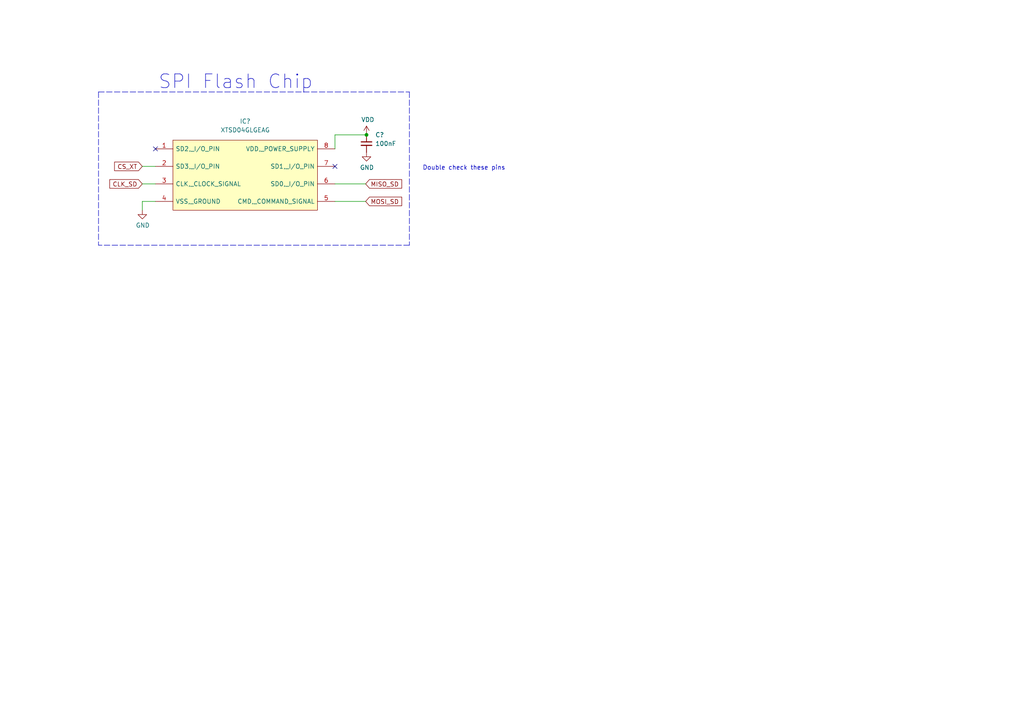
<source format=kicad_sch>
(kicad_sch (version 20211123) (generator eeschema)
  (paper "A4")
  (lib_symbols
    (symbol "Device:C_Small" (pin_numbers hide) (pin_names (offset 0.254) hide)
      (property "Reference" "C" (at 0.254 1.778 0))
      (property "Value" "C_Small" (at 0.254 -2.032 0))
      (symbol "C_Small_0_1"
        (polyline (pts (xy -1.524 -0.508) (xy 1.524 -0.508)) (stroke (width 0.3302)))
        (polyline (pts (xy -1.524 0.508) (xy 1.524 0.508)) (stroke (width 0.3048)))
      )
      (symbol "C_Small_1_1"
        (pin passive line (at 0 2.54 270) (length 2.032) (name "~") (number "1"))
        (pin passive line (at 0 -2.54 90) (length 2.032) (name "~") (number "2"))
      )
    )
    (symbol "XTSD04GLGEAG:XTSD04GLGEAG" (pin_names (offset 0.762))
      (property "Reference" "IC" (at 59.69 7.62 0))
      (property "Value" "XTSD04GLGEAG" (at 59.69 5.08 0))
      (symbol "XTSD04GLGEAG_0_0"
        (pin passive line (at 0 7.62 0) (length 5.08) (name "SD2,_I/O_PIN") (number "1"))
        (pin passive line (at 0 2.54 0) (length 5.08) (name "SD3,_I/O_PIN") (number "2"))
        (pin passive line (at 0 -2.54 0) (length 5.08) (name "CLK,_CLOCK_SIGNAL") (number "3"))
        (pin passive line (at 0 -7.62 0) (length 5.08) (name "VSS,_GROUND") (number "4"))
        (pin passive line (at 52.07 -7.62 180) (length 5.08) (name "CMD,_COMMAND_SIGNAL") (number "5"))
        (pin passive line (at 52.07 -2.54 180) (length 5.08) (name "SD0,_I/O_PIN") (number "6"))
        (pin passive line (at 52.07 2.54 180) (length 5.08) (name "SD1,_I/O_PIN") (number "7"))
        (pin passive line (at 52.07 7.62 180) (length 5.08) (name "VDD,_POWER_SUPPLY") (number "8"))
      )
      (symbol "XTSD04GLGEAG_0_1"
        (polyline (pts (xy 5.08 10.16) (xy 46.99 10.16) (xy 46.99 -10.16) (xy 5.08 -10.16) (xy 5.08 10.16)) (stroke (width 0.1524)) (fill (type background)))
      )
    )
    (symbol "power:GND" (power) (pin_names (offset 0))
      (property "Value" "GND" (at 0 -3.81 0))
      (symbol "GND_0_1"
        (polyline (pts (xy 0 0) (xy 0 -1.27) (xy 1.27 -1.27) (xy 0 -2.54) (xy -1.27 -1.27) (xy 0 -1.27)))
      )
      (symbol "GND_1_1"
        (pin power_in line (at 0 0 270) (length 0) hide (name "GND") (number "1"))
      )
    )
    (symbol "power:VDD" (power) (pin_names (offset 0))
      (property "Value" "VDD" (at 0 3.81 0))
      (symbol "VDD_0_1"
        (polyline (pts (xy -0.762 1.27) (xy 0 2.54)))
        (polyline (pts (xy 0 0) (xy 0 2.54)))
        (polyline (pts (xy 0 2.54) (xy 0.762 1.27)))
      )
      (symbol "VDD_1_1"
        (pin power_in line (at 0 0 90) (length 0) hide (name "VDD") (number "1"))
      )
    )
  )
  (junction (at 106.299 39.116))
  (no_connect (at 45.085 43.18))
  (no_connect (at 97.155 48.26))
  (polyline (pts (xy 28.575 26.67) (xy 118.745 26.67)))
  (wire (pts (xy 41.275 48.26) (xy 45.085 48.26)))
  (wire (pts (xy 97.155 53.34) (xy 106.045 53.34)))
  (wire (pts (xy 41.275 53.34) (xy 45.085 53.34)))
  (wire (pts (xy 97.155 43.18) (xy 97.155 39.116)))
  (wire (pts (xy 97.155 58.42) (xy 106.045 58.42)))
  (polyline (pts (xy 118.745 26.67) (xy 118.745 71.12)))
  (wire (pts (xy 41.275 58.42) (xy 41.275 60.96)))
  (polyline (pts (xy 28.575 26.67) (xy 28.575 71.12)))
  (polyline (pts (xy 118.745 71.12) (xy 28.575 71.12)))
  (wire (pts (xy 97.155 39.116) (xy 106.299 39.116)))
  (wire (pts (xy 45.085 58.42) (xy 41.275 58.42)))
  (text "SPI Flash Chip" (at 45.847 26.162 0) (effects (font (size 3.9878 3.9878)) (justify left bottom)))
  (text "Double check these pins" (at 122.555 49.53 0) (effects (font (size 1.27 1.27)) (justify left bottom)))
  (global_label "MOSI_SD" (shape input) (at 106.045 58.42 0) (property "Intersheet References" "${INTERSHEET_REFS}" (effects hide)))
  (global_label "MISO_SD" (shape input) (at 106.045 53.34 0) (property "Intersheet References" "${INTERSHEET_REFS}" (effects hide)))
  (global_label "CLK_SD" (shape input) (at 41.275 53.34 180) (property "Intersheet References" "${INTERSHEET_REFS}" (effects hide)))
  (global_label "CS_XT" (shape input) (at 41.275 48.26 180) (property "Intersheet References" "${INTERSHEET_REFS}" (effects hide)))
  (symbol (lib_id "Device:C_Small") (at 106.299 41.656 0) (unit 1)
    (property "Reference" "C?" (at 108.839 39.116 0) (effects (justify left)))
    (property "Value" "100nF" (at 108.839 41.656 0) (effects (justify left)))
    (property "Footprint" "Capacitor_SMD:C_0603_1608Metric" (effects hide))
  )
  (symbol (lib_id "XTSD04GLGEAG:XTSD04GLGEAG") (at 45.085 50.8 0) (unit 1)
    (property "Reference" "IC?" (at 71.12 35.179 0))
    (property "Value" "XTSD04GLGEAG" (at 71.12 37.719 0))
    (property "Footprint" "SON127P800X600X95-8N" (effects hide))
    (property "Datasheet" "https://datasheet.lcsc.com/szlcsc/2005251034_XTX-XTSD04GLGEAG_C558839.pdf" (effects hide))
    (property "Description" "LGA8-8x6mm FLASH" (effects hide))
    (property "Height" "0.95" (effects hide))
    (property "Manufacturer_Name" "XTX" (effects hide))
    (property "Manufacturer_Part_Number" "XTSD04GLGEAG" (effects hide))
  )
  (symbol (lib_id "power:VDD") (at 106.299 39.116 0) (unit 1)
    (property "Reference" "#PWR?" (effects hide))
    (property "Value" "VDD" (at 106.68 34.7218 0))
  )
  (symbol (lib_id "power:GND") (at 106.299 44.196 0) (unit 1)
    (property "Reference" "#PWR?" (effects hide))
    (property "Value" "GND" (at 106.426 48.5902 0))
  )
  (symbol (lib_id "power:GND") (at 41.275 60.96 0) (unit 1)
    (property "Reference" "#PWR?" (effects hide))
    (property "Value" "GND" (at 41.402 65.3542 0))
  )
)
</source>
